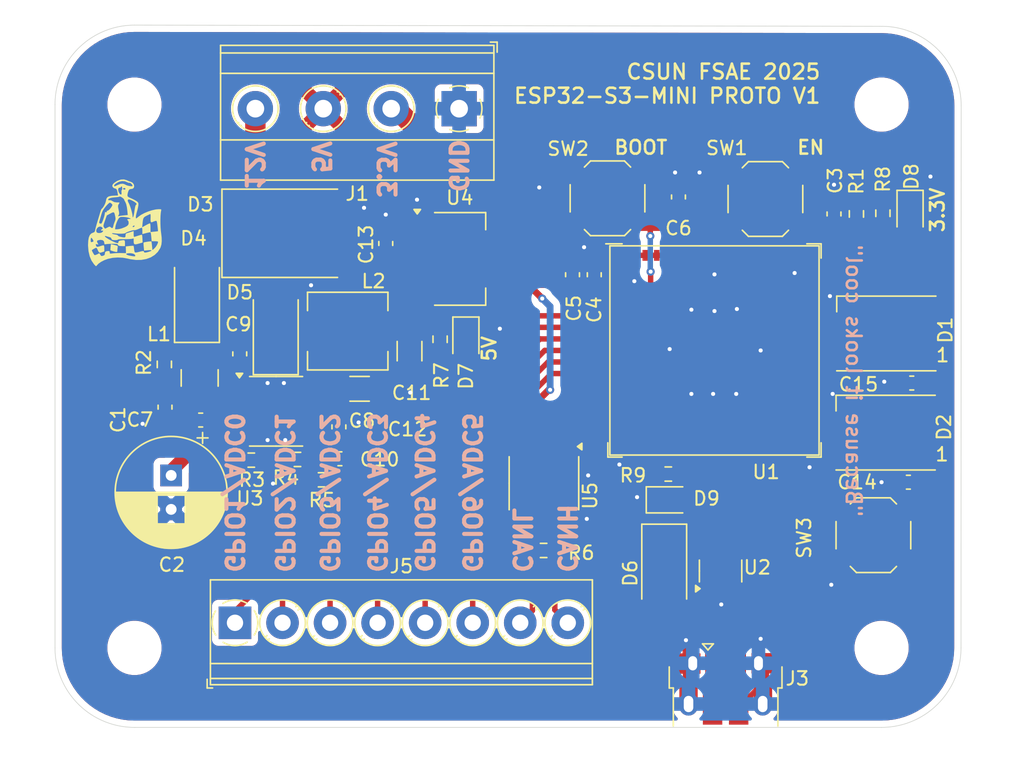
<source format=kicad_pcb>
(kicad_pcb (version 20240108) (generator "pcbnew") (generator_version "8.0")
  (layers (0 "F.Cu" signal) (31 "B.Cu" signal) (34 "B.Paste" user) (35 "F.Paste" user) (36 "B.SilkS" user "B.Silkscreen") (37 "F.SilkS" user "F.Silkscreen") (38 "B.Mask" user) (39 "F.Mask" user) (44 "Edge.Cuts" user))
  (net 0 "")
  (net 1 "GND")
  (net 2 "+3.3V")
  (net 3 "+12V")
  (net 4 "VBUS")
  (net 5 "Net-(C1-Pad1)")
  (net 6 "Net-(U3-EN)")
  (net 7 "Net-(U3-SS)")
  (net 8 "Net-(J3-D+)")
  (net 9 "Net-(J3-D-)")
  (net 11 "USB_N")
  (net 12 "Net-(U3-BOOT)")
  (net 13 "USB_P")
  (net 14 "GPIO1")
  (net 15 "Net-(D5-K)")
  (net 16 "Net-(U1-GPIO0{slash}BOOT)")
  (net 17 "Net-(U1-EN)")
  (net 39 "+5V")
  (net 40 "Net-(D1-DIN)")
  (net 42 "DATA IN")
  (net 43 "Net-(U3-FB)")
  (net 44 "Net-(D4-K)")
  (net 45 "Net-(U3-RT)")
  (net 46 "CANL")
  (net 47 "CANH")
  (net 48 "RX")
  (net 49 "TX")
  (net 50 "Net-(D7-A)")
  (net 51 "Net-(D8-A)")
  (net 52 "Net-(D9-A)")
  (net 53 "GPIO2{slash}ADC1")
  (net 54 "GPIO1{slash}ADC0")
  (net 55 "GPIO5{slash}ADC4")
  (net 56 "GPIO3{slash}ADC2")
  (net 57 "GPIO4{slash}ADC3")
  (net 61 "GPIO6{slash}ADC5")
  (net 62 "Net-(U1-GPIO14{slash}TOUCH14{slash}ADC2_CH3{slash}FSPIWP{slash}FSPIDQS{slash}SUBSPIWP)")
  (footprint "Capacitor_SMD:C_1206_3216Metric" (layer "F.Cu") (at 138.575 95.925 180)
    (property "Reference" "C11")
    (property "Value" "10u")
  )
  (footprint "Resistor_SMD:R_0603_1608Metric" (layer "F.Cu") (at 130.6 101.175)
    (property "Reference" "R3")
    (property "Value" "10k")
  )
  (footprint "TerminalBlock_Phoenix:TerminalBlock_Phoenix_PT-1,5-8-3.5-H_1x08_P3.50mm_Horizontal" (layer "F.Cu") (at 129.4 113.15)
    (property "Reference" "J5")
    (property "Value" "GPIO TERTMINAL")
  )
  (footprint "Capacitor_THT:CP_Radial_D8.0mm_P2.50mm" (layer "F.Cu") (at 124.7 102.3 -90)
    (property "Reference" "C2")
    (property "Value" "56u")
  )
  (footprint "LED_SMD:LED_0805_2012Metric" (layer "F.Cu") (at 161.3625 104.1)
    (property "Reference" "D9")
    (property "Value" "LED")
  )
  (footprint "MountingHole:MountingHole_3.5mm" (layer "F.Cu") (at 122 115)
    (property "Reference" "REF**")
    (property "Value" "MountingHole_3.5mm")
  )
  (footprint "Resistor_SMD:R_0603_1608Metric" (layer "F.Cu") (at 144.5 92.275 -90)
    (property "Reference" "R7")
    (property "Value" "220")
  )
  (footprint "LED_SMD:LED_0805_2012Metric" (layer "F.Cu") (at 146.4 92.325 -90)
    (property "Reference" "D7")
    (property "Value" "LED")
  )
  (footprint "Package_TO_SOT_SMD:SOT-223-3_TabPin2" (layer "F.Cu") (at 145.948 86.36)
    (property "Reference" "U4")
    (property "Value" "AMS1117-3.3")
  )
  (footprint "Button_Switch_SMD:SW_SPST_TL3342" (layer "F.Cu") (at 176.4 106.7 180)
    (property "Reference" "SW3")
    (property "Value" "INPUT1")
  )
  (footprint "Diode_SMD:D_SMA" (layer "F.Cu") (at 161 109.4 -90)
    (property "Reference" "D6")
    (property "Value" "D_Schottky")
  )
  (footprint "Inductor_SMD:L_Sunlord_MWSA0503S" (layer "F.Cu") (at 137.7 91.675)
    (property "Reference" "L2")
    (property "Value" "10u")
  )
  (footprint "Capacitor_SMD:C_0603_1608Metric" (layer "F.Cu") (at 162.05 81.8 90)
    (property "Reference" "C6")
    (property "Value" "0.1uF")
  )
  (footprint "Resistor_SMD:R_0603_1608Metric" (layer "F.Cu") (at 177.1 83 90)
    (property "Reference" "R8")
    (property "Value" "120")
  )
  (footprint "LED_SMD:LED_WS2812B_PLCC4_5.0x5.0mm_P3.2mm" (layer "F.Cu") (at 177.3 99.15 180)
    (property "Reference" "D2")
    (property "Value" "WS2812B")
  )
  (footprint "Capacitor_SMD:C_0603_1608Metric" (layer "F.Cu") (at 137.05 98.725 -90)
    (property "Reference" "C8")
    (property "Value" "10n")
  )
  (footprint "Capacitor_SMD:C_0603_1608Metric" (layer "F.Cu") (at 154.25 87.525 90)
    (property "Reference" "C5")
    (property "Value" "10nF")
  )
  (footprint "Resistor_SMD:R_0603_1608Metric" (layer "F.Cu") (at 134 101.125 180)
    (property "Reference" "R4")
    (property "Value" "12k")
  )
  (footprint "Connector_USB:USB_Micro-B_Amphenol_10103594-0001LF_Horizontal" (layer "F.Cu") (at 165.545 118.015)
    (property "Reference" "J3")
    (property "Value" "USB_B_Micro")
  )
  (footprint "Resistor_SMD:R_0603_1608Metric" (layer "F.Cu") (at 124.2 94.125 -90)
    (property "Reference" "R2")
    (property "Value" "1")
  )
  (footprint "Diode_SMD:D_SMA" (layer "F.Cu") (at 126.6 89 90)
    (property "Reference" "D4")
    (property "Value" "D_Schottky")
  )
  (footprint "Package_SO:SOIC-8-1EP_3.9x4.9mm_P1.27mm_EP2.29x3mm" (layer "F.Cu") (at 132.425 97.58)
    (property "Reference" "U3")
    (property "Value" "LMR14020")
  )
  (footprint "Inductor_SMD:L_1210_3225Metric" (layer "F.Cu") (at 126.8 95.125 -90)
    (property "Reference" "L1")
    (property "Value" "2.2u")
  )
  (footprint "Capacitor_SMD:C_0603_1608Metric" (layer "F.Cu") (at 155.85 87.525 90)
    (property "Reference" "C4")
    (property "Value" "1uF")
  )
  (footprint "Capacitor_SMD:C_0603_1608Metric" (layer "F.Cu") (at 173.5 83.05 90)
    (property "Reference" "C3")
    (property "Value" "0.1uF")
  )
  (footprint "Capacitor_SMD:C_0603_1608Metric" (layer "F.Cu") (at 178.975 102.8)
    (property "Reference" "C14")
    (property "Value" "0.1uF")
  )
  (footprint "TerminalBlock_Phoenix:TerminalBlock_Phoenix_MKDS-1,5-4_1x04_P5.00mm_Horizontal" (layer "F.Cu") (at 145.9 75.3 180)
    (property "Reference" "J1")
    (property "Value" "POWER TERMINAL")
  )
  (footprint "Resistor_SMD:R_0603_1608Metric" (layer "F.Cu") (at 175.15 83.05 -90)
    (property "Reference" "R1")
    (property "Value" "10k")
  )
  (footprint "Capacitor_SMD:C_0603_1608Metric" (layer "F.Cu") (at 129.75 93.35 90)
    (property "Reference" "C9")
    (property "Value" "100n")
  )
  (footprint "Package_TO_SOT_SMD:SOT-23-6" (layer "F.Cu") (at 165.15 109.3375 90)
    (property "Reference" "U2")
    (property "Value" "USBLC6-2SC6")
  )
  (footprint "Diode_SMD:D_SMA" (layer "F.Cu") (at 132.4 91.375 90)
    (property "Reference" "D5")
    (property "Value" "D_Schottky")
  )
  (footprint "Capacitor_SMD:C_0603_1608Metric" (layer "F.Cu") (at 140.5 85.225 90)
    (property "Reference" "C13")
    (property "Value" "4.7u")
  )
  (footprint "MountingHole:MountingHole_3.5mm" (layer "F.Cu") (at 177 75)
    (property "Reference" "REF**")
    (property "Value" "MountingHole_3.5mm")
  )
  (footprint "MountingHole:MountingHole_3.5mm" (layer "F.Cu") (at 177 115)
    (property "Reference" "REF**")
    (property "Value" "MountingHole_3.5mm")
  )
  (footprint "Diode_SMD:D_SMC" (layer "F.Cu") (at 133.35 84.475)
    (property "Reference" "D3")
    (property "Value" "SM15T33CA")
  )
  (footprint "LED_SMD:LED_0805_2012Metric" (layer "F.Cu") (at 179.1 83 -90)
    (property "Reference" "D8")
    (property "Value" "LED")
  )
  (footprint "Package_SO:SOIC-8_3.9x4.9mm_P1.27mm" (layer "F.Cu") (at 152.145 102.875 -90)
    (property "Reference" "U5")
    (property "Value" "TJA1051T-3")
  )
  (footprint "PCM_Espressif:ESP32-S3-MINI-1U" (layer "F.Cu") (at 164.7 93.1)
    (property "Reference" "U1")
    (property "Value" "ESP32-S3-MINI-1")
  )
  (footprint "Button_Switch_SMD:SW_SPST_TL3342" (layer "F.Cu") (at 168.45 81.95 180)
    (property "Reference" "SW1")
    (property "Value" "RESET1")
  )
  (footprint "Capacitor_SMD:C_0603_1608Metric" (layer "F.Cu") (at 179.225 95.5 180)
    (property "Reference" "C15")
    (property "Value" "0.1uF")
  )
  (footprint "Capacitor_SMD:C_0603_1608Metric" (layer "F.Cu") (at 126.875 98.225 180)
    (property "Reference" "C7")
    (property "Value" "1u")
  )
  (footprint "Capacitor_SMD:C_0603_1608Metric" (layer "F.Cu") (at 137.125 101.075 180)
    (property "Reference" "C10")
    (property "Value" "330p")
  )
  (footprint "LED_SMD:LED_WS2812B_PLCC4_5.0x5.0mm_P3.2mm" (layer "F.Cu") (at 177.35 91.85 180)
    (property "Reference" "D1")
    (property "Value" "WS2812B")
  )
  (footprint "Capacitor_SMD:C_0603_1608Metric" (layer "F.Cu") (at 124.25 97.275 -90)
    (property "Reference" "C1")
    (property "Value" "4.7u")
  )
  (footprint "Button_Switch_SMD:SW_SPST_TL3342" (layer "F.Cu") (at 156.825 81.9 180)
    (property "Reference" "SW2")
    (property "Value" "BOOT1")
  )
  (footprint "Resistor_SMD:R_0603_1608Metric" (layer "F.Cu") (at 161.3 102.2)
    (property "Reference" "R9")
    (property "Value" "120")
  )
  (footprint "Capacitor_SMD:C_1206_3216Metric" (layer "F.Cu") (at 142.25 93.15 -90)
    (property "Reference" "C12")
    (property "Value" "10u")
  )
  (footprint "Resistor_SMD:R_0603_1608Metric" (layer "F.Cu") (at 152.12 107.825)
    (property "Reference" "R6")
    (property "Value" "120")
  )
  (footprint "LOGO" (layer "F.Cu") (at 121.3 83.7)
    (property "Reference" "G***" (hide yes))
    (property "Value" "LOGO" (hide yes))
  )
  (footprint "MountingHole:MountingHole_3.5mm" (layer "F.Cu") (at 122 75)
    (property "Reference" "REF**")
    (property "Value" "MountingHole_3.5mm")
  )
  (footprint "Resistor_SMD:R_0603_1608Metric" (layer "F.Cu") (at 135.775 102.625)
    (property "Reference" "R5")
    (property "Value" "68k")
  )
  (gr_line (start 182.863425 75.086575) (end 182.85 115) (stroke (width 0.05)) (layer "Edge.Cuts"))
  (gr_line (start 177 120.85) (end 122 120.85) (stroke (width 0.05)) (layer "Edge.Cuts"))
  (gr_arc (start 177.013425 69.236575) (mid 181.15 70.95) (end 182.863425 75.086575) (stroke (width 0.05)) (layer "Edge.Cuts"))
  (gr_arc (start 122 120.85) (mid 117.863425 119.136575) (end 116.15 115) (stroke (width 0.05)) (layer "Edge.Cuts"))
  (gr_line (start 122 69.15) (end 177.013425 69.236575) (stroke (width 0.05)) (layer "Edge.Cuts"))
  (gr_arc (start 116.15 75) (mid 117.863425 70.863425) (end 122 69.15) (stroke (width 0.05)) (layer "Edge.Cuts"))
  (gr_line (start 116.15 115) (end 116.15 75) (stroke (width 0.05)) (layer "Edge.Cuts"))
  (gr_arc (start 182.85 115) (mid 181.136575 119.136575) (end 177 120.85) (stroke (width 0.05)) (layer "Edge.Cuts"))
  (gr_text "GPIO1/ADC0" (at 128.6 109.6 270) (layer "B.SilkS") (effects (font (size 1.25 1.25) (thickness 0.3) (bold yes)) (justify left bottom mirror)))
  (gr_text "GPIO5/ADC4" (at 142.6 109.6 270) (layer "B.SilkS") (effects (font (size 1.25 1.25) (thickness 0.3) (bold yes)) (justify left bottom mirror)))
  (gr_text "GPIO3/ADC2" (at 135.6 109.6 270) (layer "B.SilkS") (effects (font (size 1.25 1.25) (thickness 0.3) (bold yes)) (justify left bottom mirror)))
  (gr_text "GND" (at 145.1 81.6 270) (layer "B.SilkS") (effects (font (size 1.25 1.25) (thickness 0.3) (bold yes)) (justify left bottom mirror)))
  (gr_text "CANH" (at 153.1 109.6 270) (layer "B.SilkS") (effects (font (size 1.25 1.25) (thickness 0.3) (bold yes)) (justify left bottom mirror)))
  (gr_text "CANL\n" (at 149.8 109.6 270) (layer "B.SilkS") (effects (font (size 1.25 1.25) (thickness 0.3) (bold yes)) (justify left bottom mirror)))
  (gr_text "12V" (at 130.1 81.4 -90) (layer "B.SilkS") (effects (font (size 1.25 1.25) (thickness 0.3) (bold yes)) (justify left bottom mirror)))
  (gr_text "{dblquote}Because it looks cool{dblquote}" (at 174.3 85.2 -90) (layer "B.SilkS") (effects (font (size 1.1 1.1) (thickness 0.1875) (bold yes)) (justify right bottom mirror)))
  (gr_text "GPIO6/ADC5" (at 146.1 109.6 270) (layer "B.SilkS") (effects (font (size 1.25 1.25) (thickness 0.3) (bold yes)) (justify left bottom mirror)))
  (gr_text "3.3V" (at 139.8 82 270) (layer "B.SilkS") (effects (font (size 1.25 1.25) (thickness 0.3) (bold yes)) (justify left bottom mirror)))
  (gr_text "5V" (at 135 80.2 270) (layer "B.SilkS") (effects (font (size 1.25 1.25) (thickness 0.3) (bold yes)) (justify left bottom mirror)))
  (gr_text "GPIO4/ADC3" (at 139.1 109.6 270) (layer "B.SilkS") (effects (font (size 1.25 1.25) (thickness 0.3) (bold yes)) (justify left bottom mirror)))
  (gr_text "GPIO2/ADC1" (at 132.3 109.6 270) (layer "B.SilkS") (effects (font (size 1.25 1.25) (thickness 0.3) (bold yes)) (justify left bottom mirror)))
  (gr_text "3.3V" (at 181.7 84.5 90) (layer "F.SilkS") (effects (font (size 1 1) (thickness 0.1875) (bold yes)) (justify left bottom)))
  (gr_text "BOOT" (at 157.226 78.74 0) (layer "F.SilkS") (effects (font (size 1 1) (thickness 0.1875) (bold yes)) (justify left bottom)))
  (gr_text "EN" (at 170.688 78.74 0) (layer "F.SilkS") (effects (font (size 1 1) (thickness 0.1875) (bold yes)) (justify left bottom)))
  (gr_text "CSUN FSAE 2025\nESP32-S3-MINI PROTO V1" (at 172.6 75 0) (layer "F.SilkS") (effects (font (size 1.1 1.1) (thickness 0.1875) (bold yes)) (justify right bottom)))
  (gr_text "5V" (at 148.7 94 90) (layer "F.SilkS") (effects (font (size 1 1) (thickness 0.1875) (bold yes)) (justify left bottom)))
  (segment (start 170.65 87.35) (end 170.6 87.4) (width 0.4) (layer "F.Cu") (net 1))
  (segment (start 172.65 80.05) (end 173.5 80.9) (width 0.4) (layer "F.Cu") (net 1))
  (segment (start 153.675 80) (end 152.9 80) (width 0.4) (layer "F.Cu") (net 1))
  (segment (start 133.06 96.945) (end 134.9 96.945) (width 0.4) (layer "F.Cu") (net 1))
  (segment (start 140.5 83.1) (end 140.5 84.45) (width 0.4) (layer "F.Cu") (net 1))
  (segment (start 160.225 103.9) (end 160.425 104.1) (width 0.4) (layer "F.Cu") (net 1))
  (segment (start 164.7 91.45) (end 166.35 91.45) (width 0.5) (layer "F.Cu") (net 1))
  (segment (start 124.425 98.225) (end 124.25 98.05) (width 0.4) (layer "F.Cu") (net 1))
  (segment (start 174.6 97.5) (end 174.85 97.5) (width 0.5) (layer "F.Cu") (net 1))
  (segment (start 173.25 108.6) (end 173.25 110.3) (width 0.5) (layer "F.Cu") (net 1))
  (segment (start 157.7 86.1) (end 157.7 88) (width 0.4) (layer "F.Cu") (net 1))
  (segment (start 164.7 94.75) (end 164.7 96.2) (width 0.5) (layer "F.Cu") (net 1))
  (segment (start 157.7 88) (end 158.8 88) (width 0.4) (layer "F.Cu") (net 1))
  (segment (start 165.15 110.475) (end 165.15 111.75) (width 0.5) (layer "F.Cu") (net 1))
  (segment (start 134.9 96.945) (end 136.08 96.945) (width 0.4) (layer "F.Cu") (net 1))
  (segment (start 163.05 91.45) (end 163.05 90.15) (width 0.5) (layer "F.Cu") (net 1))
  (segment (start 166.35 94.75) (end 166.35 93.1) (width 0.5) (layer "F.Cu") (net 1))
  (segment (start 142.25 96.15) (end 142.3 96.2) (width 0.4) (layer "F.Cu") (net 1))
  (segment (start 137.025 84.475) (end 138.9 82.6) (width 0.4) (layer "F.Cu") (net 1))
  (segment (start 142.25 94.625) (end 142.25 96.15) (width 0.4) (layer "F.Cu") (net 1))
  (segment (start 133 97.005) (end 132.425 97.58) (width 0.4) (layer "F.Cu") (net 1))
  (segment (start 137.4 99.5) (end 138.5 98.4) (width 0.4) (layer "F.Cu") (net 1))
  (segment (start 164.7 91.45) (end 164.7 90.2) (width 0.5) (layer "F.Cu") (net 1))
  (segment (start 178.525 95.5) (end 177.3 95.5) (width 0.4) (layer "F.Cu") (net 1))
  (segment (start 157.7 86.1) (end 171.7 86.1) (width 0.4) (layer "F.Cu") (net 1))
  (segment (start 163.06 119.4) (end 162.79 119.13) (width 0.4) (layer "F.Cu") (net 1))
  (segment (start 124.25 98.05) (end 123.05 98.05) (width 0.4) (layer "F.Cu") (net 1))
  (segment (start 164.7 93.1) (end 163.05 93.1) (width 0.5) (layer "F.Cu") (net 1))
  (segment (start 163.65 80.05) (end 163.6 80) (width 0.4) (layer "F.Cu") (net 1))
  (segment (start 179.1 81.8) (end 180.6 80.3) (width 0.4) (layer "F.Cu") (net 1))
  (segment (start 170.65 86.1) (end 170.65 87.35) (width 0.4) (layer "F.Cu") (net 1))
  (segment (start 166.35 94.75) (end 166.35 96.25) (width 0.5) (layer "F.Cu") (net 1))
  (segment (start 132.2 102.9) (end 133.175 101.925) (width 0.4) (layer "F.Cu") (net 1))
  (segment (start 153.705001 102.3) (end 155.4 102.3) (width 0.5) (layer "F.Cu") (net 1))
  (segment (start 136.08 96.945) (end 137.1 95.925) (width 0.4) (layer "F.Cu") (net 1))
  (segment (start 162.6 116.08) (end 162.67 116.15) (width 0.5) (layer "F.Cu") (net 1))
  (segment (start 131.8 99.7) (end 131.8 98.205) (width 0.4) (layer "F.Cu") (net 1))
  (segment (start 171.7 88.85) (end 171.7 89.7) (width 0.4) (layer "F.Cu") (net 1))
  (segment (start 174.6 90.5) (end 173.2 89.1) (width 0.4) (layer "F.Cu") (net 1))
  (segment (start 173.5 82.275) (end 173.5 80.9) (width 0.4) (layer "F.Cu") (net 1))
  (segment (start 159 103.9) (end 160.225 103.9) (width 0.4) (layer "F.Cu") (net 1))
  (segment (start 178.25 102.8) (end 177 102.8) (width 0.4) (layer "F.Cu") (net 1))
  (segment (start 165.3 80.05) (end 163.65 80.05) (width 0.4) (layer "F.Cu") (net 1))
  (segment (start 162.05 80.25) (end 162.05 81.025) (width 0.4) (layer "F.Cu") (net 1))
  (segment (start 163.05 94.75) (end 163.05 96.25) (width 0.5) (layer "F.Cu") (net 1))
  (segment (start 131.425 102.125) (end 131.425 101.175) (width 0.4) (layer "F.Cu") (net 1))
  (segment (start 179.1 82.0625) (end 179.1 81.8) (width 0.4) (layer "F.Cu") (net 1))
  (segment (start 166.35 93.1) (end 164.7 93.1) (width 0.5) (layer "F.Cu") (net 1))
  (segment (start 136.75 84.475) (end 137.025 84.475) (width 0.4) (layer "F.Cu") (net 1))
  (segment (start 162.57 117.45) (end 162.57 116.25) (width 0.4) (layer "F.Cu") (net 1))
  (segment (start 154.25 86.35) (end 155.1 85.5) (width 0.4) (layer "F.Cu") (net 1))
  (segment (start 164.7 93.1) (end 164.7 91.45) (width 0.5) (layer "F.Cu") (net 1))
  (segment (start 137.1 95.925) (end 138.5 97.325) (width 0.4) (layer "F.Cu") (net 1))
  (segment (start 138.5 97.325) (end 138.5 98.4) (width 0.4) (layer "F.Cu") (net 1))
  (segment (start 166.35 96.25) (end 166.3 96.3) (width 0.5) (layer "F.Cu") (net 1))
  (segment (start 137.05 99.5) (end 137.4 99.5) (width 0.4) (layer "F.Cu") (net 1))
  (segment (start 133.175 101.925) (end 133.175 101.125) (width 0.4) (layer "F.Cu") (net 1))
  (segment (start 133.225 89.375) (end 134.3 88.3) (width 0.4) (layer "F.Cu") (net 1))
  (segment (start 171.7 100.1) (end 171.7 101.7) (width 0.5) (layer "F.Cu") (net 1))
  (segment (start 152.78 101.374999) (end 153.705001 102.3) (width 0.5) (layer "F.Cu") (net 1))
  (segment (start 172.95 88.85) (end 173.2 89.1) (width 0.4) (layer "F.Cu") (net 1))
  (segment (start 132.425 97.58) (end 133.06 96.945) (width 0.4) (layer "F.Cu") (net 1))
  (segment (start 161.8 80) (end 159.975 80) (width 0.4) (layer "F.Cu") (net 1))
  (segment (start 163.05 93.1) (end 163.05 94.75) (width 0.5) (layer "F.Cu") (net 1))
  (segment (start 164.7 94.75) (end 166.35 94.75) (width 0.5) (layer "F.Cu") (net 1))
  (segment (start 168.1 115.81) (end 168.42 116.13) (width 0.5) (layer "F.Cu") (net 1))
  (segment (start 164.7 96.2) (end 164.6 96.3) (width 0.5) (layer "F.Cu") (net 1))
  (segment (start 164.7 86.1) (end 164.7 87.5) (width 0.4) (layer "F.Cu") (net 1))
  (segment (start 177.3 95.5) (end 177.2 95.4) (width 0.4) (layer "F.Cu") (net 1))
  (segment (start 131.8 98.205) (end 132.425 97.58) (width 0.4) (layer "F.Cu") (net 1))
  (segment (start 157.7 101.5) (end 157.7 100.1) (width 0.5) (layer "F.Cu") (net 1))
  (segment (start 168.1 114.33) (end 168.1 115.81) (width 0.5) (layer "F.Cu") (net 1))
  (segment (start 148.8625 91.5375) (end 146.3 91.5375) (width 0.4) (layer "F.Cu") (net 1))
  (segment (start 165.15 111.75) (end 165.2 111.8) (width 0.5) (layer "F.Cu") (net 1))
  (segment (start 155.85 86.75) (end 155.85 86.25) (width 0.4) (layer "F.Cu") (net 1))
  (segment (start 131.8 96.955) (end 132.425 97.58) (width 0.4) (layer "F.Cu") (net 1))
  (segment (start 163.05 96.25) (end 163 96.3) (width 0.5) (layer "F.Cu") (net 1))
  (segment (start 174.6 90.6) (end 174.6 90.5) (width 0.4) (layer "F.Cu") (net 1))
  (segment (start 168.52 116.71) (end 167.94 116.13) (width 0.4) (layer "F.Cu") (net 1))
  (segment (start 166.94 116.13) (end 166.82 116.25) (width 0.4) (layer "F.Cu") (net 1))
  (segment (start 171.7 88.85) (end 172.95 88.85) (width 0.4) (layer "F.Cu") (net 1))
  (segment (start 173.4 96.3) (end 174.6 97.5) (width 0.5) (layer "F.Cu") (net 1))
  (segment (start 162.57 116.25) (end 162.67 116.15) (width 0.4) (layer "F.Cu") (net 1))
  (segment (start 155.15 105.35) (end 155.3 105.5) (width 0.5) (layer "F.Cu") (net 1))
  (segment (start 132.4 89.375) (end 133.225 89.375) (width 0.4) (layer "F.Cu") (net 1))
  (segment (start 164.56 119.4) (end 163.06 119.4) (width 0.4) (layer "F.Cu") (net 1))
  (segment (start 154.05 105.35) (end 155.15 105.35) (width 0.5) (layer "F.Cu") (net 1))
  (segment (start 173.25 108.6) (end 179.55 108.6) (width 0.5) (layer "F.Cu") (net 1))
  (segment (start 152.78 100.4) (end 152.78 101.374999) (width 0.5) (layer "F.Cu") (net 1))
  (segment (start 155.85 86.25) (end 155.1 85.5) (width 0.4) (layer "F.Cu") (net 1))
  (segment (start 166.35 90.05) (end 166.35 91.45) (width 0.5) (layer "F.Cu") (net 1))
  (segment (start 167.94 116.13) (end 166.94 116.13) (width 0.4) (layer "F.Cu") (net 1))
  (segment (start 161.8 80) (end 162.05 80.25) (width 0.4) (layer "F.Cu") (net 1))
  (segment (start 171.6 80.05) (end 172.65 80.05) (width 0.4) (layer "F.Cu") (net 1))
  (segment (start 154.25 86.75) (end 154.25 86.35) (width 0.4) (layer "F.Cu") (net 1))
  (segment (start 166.35 93.1) (end 168.1 93.1) (width 0.5) (layer "F.Cu") (net 1))
  (segment (start 133.1 99.7) (end 133.1 98.255) (width 0.4) (layer "F.Cu") (net 1))
  (segment (start 152.9 80) (end 151.8 81.1) (width 0.4) (layer "F.Cu") (net 1))
  (segment (start 163.05 90.15) (end 163 90.1) (width 0.5) (layer "F.Cu") (net 1))
  (segment (start 132.2 102.9) (end 131.425 102.125) (width 0.4) (layer "F.Cu") (net 1))
  (segment (start 163.05 94.75) (end 164.7 94.75) (width 0.5) (layer "F.Cu") (net 1))
  (segment (start 133 95.5) (end 133 97.005) (width 0.4) (layer "F.Cu") (net 1))
  (segment (start 162.6 114.43) (end 162.6 116.08) (width 0.5) (layer "F.Cu") (net 1))
  (segment (start 167.68 118.2) (end 166.48 119.4) (width 0.4) (layer "F.Cu") (net 1))
  (segment (start 168.52 117.45) (end 168.52 116.71) (width 0.4) (layer "F.Cu") (net 1))
  (segment (start 134.3 88.3) (end 135 88.3) (width 0.4) (layer "F.Cu") (net 1))
  (segment (start 168.27 118.2) (end 167.68 118.2) (width 0.4) (layer "F.Cu") (net 1))
  (segment (start 133.1 98.255) (end 132.425 97.58) (width 0.4) (layer "F.Cu") (net 1))
  (segment (start 131.8 95.5) (end 131.8 96.955) (width 0.4) (layer "F.Cu") (net 1))
  (segment (start 163.05 91.45) (end 164.7 91.45) (width 0.5) (layer "F.Cu") (net 1))
  (segment (start 126.1 98.225) (end 124.425 98.225) (width 0.4) (layer "F.Cu") (net 1))
  (segment (start 163.05 91.45) (end 163.05 93.1) (width 0.5) (layer "F.Cu") (net 1))
  (segment (start 123.05 98.05) (end 122.6 98.5) (width 0.4) (layer "F.Cu") (net 1))
  (segment (start 142.798 84.06) (end 142.798 82.002) (width 0.4) (layer "F.Cu") (net 1))
  (segment (start 161.5 93.1) (end 161.4 93) (width 0.5) (layer "F.Cu") (net 1))
  (segment (start 142.798 82.002) (end 142.8 82) (width 0.4) (layer "F.Cu") (net 1))
  (segment (start 166.35 91.45) (end 166.35 93.1) (width 0.5) (layer "F.Cu") (net 1))
  (segment (start 163.05 93.1) (end 161.5 93.1) (width 0.5) (layer "F.Cu") (net 1))
  (segment (start 148.9 91.5) (end 148.8625 91.5375) (width 0.4) (layer "F.Cu") (net 1))
  (via (at 168.1 114.33) (size 0.6) (drill 0.3) (layers "F.Cu" "B.Cu") (net 1))
  (via (at 164.6 96.3) (size 0.6) (drill 0.3) (layers "F.Cu" "B.Cu") (net 1))
  (via (at 173.5 80.9) (size 0.6) (drill 0.3) (layers "F.Cu" "B.Cu") (net 1))
  (via (at 173.4 96.3) (size 0.6) (drill 0.3) (layers "F.Cu" "B.Cu") (net 1))
  (via (at 131.8 95.5) (size 0.6) (drill 0.3) (layers "F.Cu" "B.Cu") (net 1))
  (via (at 140.5 83.1) (size 0.6) (drill 0.3) (layers "F.Cu" "B.Cu") (net 1))
  (via (at 161.8 80) (size 0.6) (drill 0.3) (layers "F.Cu" "B.Cu") (net 1))
  (via (at 155.4 102.3) (size 0.6) (drill 0.3) (layers "F.Cu" "B.Cu") (net 1))
  (via (at 161.4 93) (size 0.6) (drill 0.3) (layers "F.Cu" "B.Cu") (net 1))
  (via (at 155.1 85.5) (size 0.6) (drill 0.3) (layers "F.Cu" "B.Cu") (net 1))
  (via (at 142.3 96.2) (size 0.6) (drill 0.3) (layers "F.Cu" "B.Cu") (net 1))
  (via (at 142.8 82) (size 0.6) (drill 0.3) (layers "F.Cu" "B.Cu") (net 1))
  (via (at 163 96.3) (size 0.6) (drill 0.3) (layers "F.Cu" "B.Cu") (net 1))
  (via (at 133 95.5) (size 0.6) (drill 0.3) (layers "F.Cu" "B.Cu") (net 1))
  (via (at 138.5 98.4) (size 0.6) (drill 0.3) (layers "F.Cu" "B.Cu") (net 1))
  (via (at 158.8 88) (size 0.6) (drill 0.3) (layers "F.Cu" "B.Cu") (net 1))
  (via (at 168.1 93.1) (size 0.6) (drill 0.3) (layers "F.Cu" "B.Cu") (net 1))
  (via (at 148.9 91.5) (size 0.6) (drill 0.3) (layers "F.Cu" "B.Cu") (net 1))
  (via (at 180.6 80.3) (size 0.6) (drill 0.3) (layers "F.Cu" "B.Cu") (net 1))
  (via (at 166.3 96.3) (size 0.6) (drill 0.3) (layers "F.Cu" "B.Cu") (net 1))
  (via (at 132.2 102.9) (size 0.6) (drill 0.3) (layers "F.Cu" "B.Cu") (net 1))
  (via (at 163 90.1) (size 0.6) (drill 0.3) (layers "F.Cu" "B.Cu") (net 1))
  (via (at 122.6 98.5) (size 0.6) (drill 0.3) (layers "F.Cu" "B.Cu") (net 1))
  (via (at 155.3 105.5) (size 0.6) (drill 0.3) (layers "F.Cu" "B.Cu") (net 1))
  (via (at 157.7 101.5) (size 0.6) (drill 0.3) (layers "F.Cu" "B.Cu") (net 1))
  (via (at 164.7 87.5) (size 0.6) (drill 0.3) (layers "F.Cu" "B.Cu") (net 1))
  (via (at 151.8 81.1) (size 0.6) (drill 0.3) (layers "F.Cu" "B.Cu") (net 1))
  (via (at 135 88.3) (size 0.6) (drill 0.3) (layers "F.Cu" "B.Cu") (net 1))
  (via (at 177 102.8) (size 0.6) (drill 0.3) (layers "F.Cu" "B.Cu") (net 1))
  (via (at 159 103.9) (size 0.6) (drill 0.3) (layers "F.Cu" "B.Cu") (net 1))
  (via (at 138.9 82.6) (size 0.6) (drill 0.3) (layers "F.Cu" "B.Cu") (net 1))
  (via (at 173.3 110.35) (size 0.6) (drill 0.3) (layers "F.Cu" "B.Cu") (net 1))
  (via (at 163.6 80) (size 0.6) (drill 0.3) (layers "F.Cu" "B.Cu") (net 1))
  (via (at 177.2 95.4) (size 0.6) (drill 0.3) (layers "F.Cu" "B.Cu") (net 1))
  (via (at 171.7 101.7) (size 0.6) (drill 0.3) (layers "F.Cu" "B.Cu") (net 1))
  (via (at 173.2 89.1) (size 0.6) (drill 0.3) (layers "F.Cu" "B.Cu") (net 1))
  (via (at 133.1 99.7) (size 0.6) (drill 0.3) (layers "F.Cu" "B.Cu") (net 1))
  (via (at 162.6 114.43) (size 0.6) (drill 0.3) (layers "F.Cu" "B.Cu") (net 1))
  (via (at 165.2 111.8) (size 0.6) (drill 0.3) (layers "F.Cu" "B.Cu") (net 1))
  (via (at 164.7 90.2) (size 0.6) (drill 0.3) (layers "F.Cu" "B.Cu") (net 1))
  (via (at 170.6 87.4) (size 0.6) (drill 0.3) (layers "F.Cu" "B.Cu") (net 1))
  (via (at 166.35 90.05) (size 0.6) (drill 0.3) (layers "F.Cu" "B.Cu") (net 1))
  (via (at 131.8 99.7) (size 0.6) (drill 0.3) (layers "F.Cu" "B.Cu") (net 1))
  (segment (start 177.1 82.175) (end 175.2 82.175) (width 0.4) (layer "F.Cu") (net 2))
  (segment (start 148.95 86.3) (end 142.65 86.3) (width 1.5) (layer "F.Cu") (net 2))
  (segment (start 155.85 88.3) (end 154.25 88.3) (width 0.4) (layer "F.Cu") (net 2))
  (segment (start 149.098 83.148) (end 149.098 86.36) (width 1.5) (layer "F.Cu") (net 2))
  (segment (start 156.4 88.85) (end 157.7 88.85) (width 0.4) (layer "F.Cu") (net 2))
  (segment (start 141.25 75.3) (end 149.098 83.148) (width 1.5) (layer "F.Cu") (net 2))
  (segment (start 155.85 88.3) (end 156.4 88.85) (width 0.4) (layer "F.Cu") (net 2))
  (segment (start 140.9 75.3) (end 141.25 75.3) (width 1.5) (layer "F.Cu") (net 2))
  (segment (start 149.098 86.36) (end 149.098 82.327) (width 0.5) (layer "F.Cu") (net 2))
  (segment (start 149.098 82.327) (end 153.225 78.2) (width 0.5) (layer "F.Cu") (net 2))
  (segment (start 149.1 99.4) (end 149.1 104.21) (width 0.5) (layer "F.Cu") (net 2))
  (segment (start 172.8 78.2) (end 175.15 80.55) (width 0.5) (layer "F.Cu") (net 2))
  (segment (start 150.3 105.29) (end 150.24 105.35) (width 0.5) (layer "F.Cu") (net 2))
  (segment (start 152.5 96) (end 149.1 99.4) (width 0.5) (layer "F.Cu") (net 2))
  (segment (start 175.2 82.175) (end 175.15 82.225) (width 0.4) (layer "F.Cu") (net 2))
  (segment (start 153.225 78.2) (end 172.8 78.2) (width 0.5) (layer "F.Cu") (net 2))
  (segment (start 175.15 80.55) (end 175.15 82.225) (width 0.5) (layer "F.Cu") (net 2))
  (segment (start 142.65 86.3) (end 140.8 86.3) (width 0.4) (layer "F.Cu") (net 2))
  (segment (start 154.25 88.3) (end 150.95 88.3) (width 0.4) (layer "F.Cu") (net 2))
  (segment (start 149.1 104.21) (end 150.24 105.35) (width 0.5) (layer "F.Cu") (net 2))
  (segment (start 150.95 88.3) (end 148.95 86.3) (width 0.4) (layer "F.Cu") (net 2))
  (segment (start 152.019 89.281) (end 149.098 86.36) (width 0.5) (layer "F.Cu") (net 2))
  (segment (start 152.6 96) (end 152.5 96) (width 0.5) (layer "F.Cu") (net 2))
  (segment (start 140.8 86.3) (end 140.5 86) (width 0.4) (layer "F.Cu") (net 2))
  (via (at 152.019 89.281) (size 0.6) (drill 0.3) (layers "F.Cu" "B.Cu") (net 2))
  (via (at 152.6 96) (size 0.6) (drill 0.3) (layers "F.Cu" "B.Cu") (net 2))
  (segment (start 152.6 96) (end 152.6 89.862) (width 0.5) (layer "B.Cu") (net 2))
  (segment (start 152.6 89.862) (end 152.019 89.281) (width 0.5) (layer "B.Cu") (net 2))
  (segment (start 130.9 83.525) (end 129.95 84.475) (width 1.5) (layer "F.Cu") (net 3))
  (segment (start 130.9 75.3) (end 130.9 83.525) (width 1.5) (layer "F.Cu") (net 3))
  (segment (start 129.3 84.475) (end 126.6 87.175) (width 1.5) (layer "F.Cu") (net 3))
  (segment (start 129.95 84.475) (end 129.3 84.475) (width 1.5) (layer "F.Cu") (net 3))
  (segment (start 164.22 112.57) (end 163.2 111.55) (width 0.4) (layer "F.Cu") (net 4))
  (segment (start 165.15 108.862499) (end 165.15 108.2) (width 0.4) (layer "F.Cu") (net 4))
  (segment (start 163.2 109.85) (end 163.7875 109.2625) (width 0.4) (layer "F.Cu") (net 4))
  (segment (start 163.2 111.55) (end 163.2 110.55) (width 0.4) (layer "F.Cu") (net 4))
  (segment (start 164.749999 109.2625) (end 165.15 108.862499) (width 0.4) (layer "F.Cu") (net 4))
  (segment (start 161 110.5) (end 163.15 110.5) (width 0.4) (layer "F.Cu") (net 4))
  (segment (start 163.15 110.5) (end 163.2 110.55) (width 0.4) (layer "F.Cu") (net 4))
  (segment (start 163.7875 109.2625) (end 164.749999 109.2625) (width 0.4) (layer "F.Cu") (net 4))
  (segment (start 164.22 116.25) (end 164.22 112.57) (width 0.4) (layer "F.Cu") (net 4))
  (segment (start 163.2 110.55) (end 163.2 109.85) (width 0.4) (layer "F.Cu") (net 4))
  (segment (start 124.25 94.91) (end 124.25 96.5) (width 0.4) (layer "F.Cu") (net 5))
  (segment (start 127.65 97.375) (end 127.22 96.945) (width 1) (layer "F.Cu") (net 6))
  (segment (start 124.75 101.922349) (end 127.65 99.022349) (width 1) (layer "F.Cu") (net 6))
  (segment (start 127.65 99.022349) (end 127.65 98.225) (width 1) (layer "F.Cu") (net 6))
  (segment (start 126.8 96.525) (end 127.22 96.945) (width 1) (layer "F.Cu") (net 6))
  (segment (start 127.22 96.945) (end 129.95 96.945) (width 1) (layer "F.Cu") (net 6))
  (segment (start 127.65 98.225) (end 127.65 97.375) (width 1) (layer "F.Cu") (net 6))
  (segment (start 129.95 98.215) (end 127.66 98.215) (width 0.5) (layer "F.Cu") (net 6))
  (segment (start 127.66 98.215) (end 127.65 98.225) (width 0.5) (layer "F.Cu") (net 6))
  (segment (start 136.785 98.215) (end 137.05 97.95) (width 0.5) (layer "F.Cu") (net 7))
  (segment (start 134.9 98.215) (end 136.785 98.215) (width 0.5) (layer "F.Cu") (net 7))
  (segment (start 165.52 116.25) (end 165.52 112.48) (width 0.4) (layer "F.Cu") (net 8))
  (segment (start 166.1 111.9) (end 166.1 110.475) (width 0.4) (layer "F.Cu") (net 8))
  (segment (start 165.52 112.48) (end 166.1 111.9) (width 0.4) (layer "F.Cu") (net 8))
  (segment (start 164.87 112.47471) (end 164.2 111.80471) (width 0.4) (layer "F.Cu") (net 9))
  (segment (start 164.87 116.25) (end 164.87 112.47471) (width 0.4) (layer "F.Cu") (net 9))
  (segment (start 164.2 111.80471) (end 164.2 110.475) (width 0.4) (layer "F.Cu") (net 9))
  (segment (start 164.1625 104.2125) (end 164.1625 108.1375) (width 0.3) (layer "F.Cu") (net 11))
  (segment (start 164.7 100.8) (end 164.15 101.35) (width 0.3) (layer "F.Cu") (net 11))
  (segment (start 164.15 104.2) (end 164.1625 104.2125) (width 0.3) (layer "F.Cu") (net 11))
  (segment (start 164.15 101.35) (end 164.15 104.2) (width 0.3) (layer "F.Cu") (net 11))
  (segment (start 164.7 100.1) (end 164.7 100.8) (width 0.3) (layer "F.Cu") (net 11))
  (segment (start 129.75 95.475) (end 129.95 95.675) (width 0.5) (layer "F.Cu") (net 12))
  (segment (start 129.75 94.125) (end 129.75 95.475) (width 0.5) (layer "F.Cu") (net 12))
  (segment (start 166.0625 104.2125) (end 166.0625 108.1375) (width 0.3) (layer "F.Cu") (net 13))
  (segment (start 165.55 100.8) (end 166.05 101.3) (width 0.3) (layer "F.Cu") (net 13))
  (segment (start 166.05 104.2) (end 166.0625 104.2125) (width 0.3) (layer "F.Cu") (net 13))
  (segment (start 165.55 100.1) (end 165.55 100.8) (width 0.3) (layer "F.Cu") (net 13))
  (segment (start 166.05 101.3) (end 166.05 104.2) (width 0.3) (layer "F.Cu") (net 13))
  (segment (start 172.5 99.05) (end 171.7 99.05) (width 0.4) (layer "F.Cu") (net 14))
  (segment (start 173.25 103.45) (end 173.2 103.4) (width 0.4) (layer "F.Cu") (net 14))
  (segment (start 173.2 99.75) (end 172.5 99.05) (width 0.4) (layer "F.Cu") (net 14))
  (segment (start 173.2 103.4) (end 173.2 99.75) (width 0.4) (layer "F.Cu") (net 14))
  (segment (start 173.25 104.8) (end 173.25 103.45) (width 0.4) (layer "F.Cu") (net 14))
  (segment (start 173.25 104.8) (end 179.55 104.8) (width 0.4) (layer "F.Cu") (net 14))
  (segment (start 131.6 92.575) (end 132.4 93.375) (width 0.5) (layer "F.Cu") (net 15))
  (segment (start 129.75 92.575) (end 131.6 92.575) (width 0.5) (layer "F.Cu") (net 15))
  (segment (start 134.8 94.775) (end 133.4 93.375) (width 1.5) (layer "F.Cu") (net 15))
  (segment (start 134.1 91.675) (end 132.4 93.375) (width 1.5) (layer "F.Cu") (net 15))
  (segment (start 135.65 91.675) (end 134.1 91.675) (width 1.5) (layer "F.Cu") (net 15))
  (segment (start 133.4 93.375) (end 132.4 93.375) (width 1.5) (layer "F.Cu") (net 15))
  (segment (start 134.8 95.325) (end 134.8 94.775) (width 1.5) (layer "F.Cu") (net 15))
  (segment (start 160 87.3) (end 160 88.8) (width 0.4) (layer "F.Cu") (net 16))
  (segment (start 162.05 82.575) (end 161.2 82.575) (width 0.4) (layer "F.Cu") (net 16))
  (segment (start 160 88.8) (end 159.1 89.7) (width 0.4) (layer "F.Cu") (net 16))
  (segment (start 159.1 89.7) (end 157.7 89.7) (width 0.4) (layer "F.Cu") (net 16))
  (segment (start 159.975 84.675) (end 159.95 84.7) (width 0.4) (layer "F.Cu") (net 16))
  (segment (start 159.975 83.8) (end 159.975 84.675) (width 0.4) (layer "F.Cu") (net 16))
  (segment (start 153.675 83.8) (end 159.975 83.8) (width 0.4) (layer "F.Cu") (net 16))
  (segment (start 161.2 82.575) (end 159.975 83.8) (width 0.4) (layer "F.Cu") (net 16))
  (via (at 159.975 84.675) (size 0.6) (drill 0.3) (layers "F.Cu" "B.Cu") (net 16))
  (via (at 160 87.3) (size 0.6) (drill 0.3) (layers "F.Cu" "B.Cu") (net 16))
  (segment (start 159.975 87.275) (end 160 87.3) (width 0.4) (layer "B.Cu") (net 16))
  (segment (start 159.975 84.675) (end 159.975 87.275) (width 0.4) (layer "B.Cu") (net 16))
  (segment (start 171.6 83.85) (end 165.3 83.85) (width 0.4) (layer "F.Cu") (net 17))
  (segment (start 173.5 83.825) (end 171.625 83.825) (width 0.4) (layer "F.Cu") (net 17))
  (segment (start 173.25 87.15) (end 171.7 87.15) (width 0.4) (layer "F.Cu") (net 17))
  (segment (start 175.15 85.25) (end 173.25 87.15) (width 0.4) (layer "F.Cu") (net 17))
  (segment (start 171.625 83.825) (end 171.6 83.85) (width 0.4) (layer "F.Cu") (net 17))
  (segment (start 173.55 83.875) (end 173.5 83.825) (width 0.4) (layer "F.Cu") (net 17))
  (segment (start 175.15 83.875) (end 175.15 85.25) (width 0.4) (layer "F.Cu") (net 17))
  (segment (start 175.15 83.875) (end 173.55 83.875) (width 0.4) (layer "F.Cu") (net 17))
  (segment (start 142.475 91.45) (end 142.25 91.675) (width 0.4) (layer "F.Cu") (net 39))
  (segment (start 152.8 103.5) (end 151.51 102.21) (width 0.4) (layer "F.Cu") (net 39))
  (segment (start 159 107.4) (end 155.1 103.5) (width 0.4) (layer "F.Cu") (net 39))
  (segment (start 151.51 102.21) (end 151.51 100.4) (width 0.4) (layer "F.Cu") (net 39))
  (segment (start 161 107.4) (end 159 107.4) (width 0.4) (layer "F.Cu") (net 39))
  (segment (start 180.075 95.5) (end 180.075 93.775) (width 0.4) (layer "F.Cu") (net 39))
  (segment (start 155.1 103.5) (end 152.8 103.5) (width 0.4) (layer "F.Cu") (net 39))
  (segment (start 144.5 91.45) (end 142.475 91.45) (width 0.4) (layer "F.Cu") (net 39))
  (segment (start 180.075 93.775) (end 179.8 93.5) (width 0.4) (layer "F.Cu") (net 39))
  (segment (start 177.5 97.5) (end 174.6 94.6) (width 0.4) (layer "F.Cu") (net 40))
  (segment (start 179.75 97.5) (end 177.5 97.5) (width 0.4) (layer "F.Cu") (net 40))
  (segment (start 174.6 94.6) (end 174.6 93.9) (width 0.4) (layer "F.Cu") (net 40))
  (segment (start 174.85 100.8) (end 174.85 99.85) (width 0.4) (layer "F.Cu") (net 42))
  (segment (start 174.85 99.85) (end 173.2 98.2) (width 0.4) (layer "F.Cu") (net 42))
  (segment (start 173.2 98.2) (end 171.7 98.2) (width 0.4) (layer "F.Cu") (net 42))
  (segment (start 134.825 102.5) (end 134.95 102.625) (width 0.5) (layer "F.Cu") (net 43))
  (segment (start 134.9 101.05) (end 134.825 101.125) (width 0.5) (layer "F.Cu") (net 43))
  (segment (start 136.3 101.125) (end 136.35 101.075) (width 0.5) (layer "F.Cu") (net 43))
  (segment (start 134.9 99.485) (end 134.9 101.05) (width 0.5) (layer "F.Cu") (net 43))
  (segment (start 134.825 101.125) (end 134.825 102.5) (width 0.5) (layer "F.Cu") (net 43))
  (segment (start 134.825 101.125) (end 136.3 101.125) (width 0.5) (layer "F.Cu") (net 43))
  (segment (start 126.75 93.675) (end 126.8 93.725) (width 0.5) (layer "F.Cu") (net 44))
  (segment (start 124.2 93.425) (end 126.5 93.425) (width 0.4) (layer "F.Cu") (net 44))
  (segment (start 124.2 93.84) (end 124.2 93.425) (width 0.4) (layer "F.Cu") (net 44))
  (segment (start 126.8 93.725) (end 126.8 91.375) (width 1.5) (layer "F.Cu") (net 44))
  (segment (start 126.5 93.425) (end 126.8 93.725) (width 0.4) (layer "F.Cu") (net 44))
  (segment (start 126.8 91.375) (end 126.6 91.175) (width 1.5) (layer "F.Cu") (net 44))
  (segment (start 129.775 99.66) (end 129.95 99.485) (width 0.5) (layer "F.Cu") (net 45))
  (segment (start 129.775 101.175) (end 129.775 99.66) (width 0.5) (layer "F.Cu") (net 45))
  (segment (start 151.295 107.825) (end 151.295 112.255) (width 0.4) (layer "F.Cu") (net 46))
  (segment (start 151.295 105.565) (end 151.51 105.35) (width 0.4) (layer "F.Cu") (net 46))
  (segment (start 151.295 112.255) (end 150.4 113.15) (width 0.4) (layer "F.Cu") (net 46))
  (segment (start 151.295 107.825) (end 151.295 105.565) (width 0.4) (layer "F.Cu") (net 46))
  (segment (start 152.945 112.195) (end 153.9 113.15) (width 0.4) (layer "F.Cu") (net 47))
  (segment (start 152.945 107.825) (end 152.945 112.195) (width 0.4) (layer "F.Cu") (net 47))
  (segment (start 152.945 105.515) (end 152.78 105.35) (width 0.4) (layer "F.Cu") (net 47))
  (segment (start 152.945 107.825) (end 152.945 105.515) (width 0.4) (layer "F.Cu") (net 47))
  (segment (start 150.24 100.4) (end 150.24 99.425001) (width 0.4) (layer "F.Cu") (net 48))
  (segment (start 151.465001 98.2) (end 157.7 98.2) (width 0.4) (layer "F.Cu") (net 48))
  (segment (start 150.24 99.425001) (end 151.465001 98.2) (width 0.4) (layer "F.Cu") (net 48))
  (segment (start 155.4 99.05) (end 157.7 99.05) (width 0.4) (layer "F.Cu") (net 49))
  (segment (start 154.05 100.4) (end 155.4 99.05) (width 0.4) (layer "F.Cu") (net 49))
  (segment (start 146.3 93.1125) (end 144.5125 93.1125) (width 0.4) (layer "F.Cu") (net 50))
  (segment (start 144.5125 93.1125) (end 144.5 93.1) (width 0.4) (layer "F.Cu") (net 50))
  (segment (start 177.1 83.825) (end 178.9875 83.825) (width 0.4) (layer "F.Cu") (net 51))
  (segment (start 178.9875 83.825) (end 179.1 83.9375) (width 0.4) (layer "F.Cu") (net 51))
  (segment (start 162.3 102.375) (end 162.125 102.2) (width 0.4) (layer "F.Cu") (net 52))
  (segment (start 162.3 104.1) (end 162.3 102.375) (width 0.4) (layer "F.Cu") (net 52))
  (segment (start 157.7 91.4) (end 151.5 91.4) (width 0.4) (layer "F.Cu") (net 53))
  (segment (start 151.5 91.4) (end 132.9 110) (width 0.4) (layer "F.Cu") (net 53))
  (segment (start 132.9 110) (end 132.9 113.15) (width 0.4) (layer "F.Cu") (net 53))
  (segment (start 129.4 112.3) (end 129.4 113.15) (width 0.4) (layer "F.Cu") (net 54))
  (segment (start 151.15 90.55) (end 129.4 112.3) (width 0.4) (layer "F.Cu") (net 54))
  (segment (start 157.7 90.55) (end 151.15 90.55) (width 0.4) (layer "F.Cu") (net 54))
  (segment (start 143.4 113.15) (end 143.4 103) (width 0.4) (layer "F.Cu") (net 55))
  (segment (start 152.45 93.95) (end 157.7 93.95) (width 0.4) (layer "F.Cu") (net 55))
  (segment (start 143.4 103) (end 152.45 93.95) (width 0.4) (layer "F.Cu") (net 55))
  (segment (start 151.85 92.25) (end 157.7 92.25) (width 0.4) (layer "F.Cu") (net 56))
  (segment (start 136.4 113.15) (end 136.4 107.7) (width 0.4) (layer "F.Cu") (net 56))
  (segment (start 136.4 107.7) (end 151.85 92.25) (width 0.4) (layer "F.Cu") (net 56))
  (segment (start 152.2 93.1) (end 157.7 93.1) (width 0.4) (layer "F.Cu") (net 57))
  (segment (start 139.9 113.15) (end 139.9 105.4) (width 0.4) (layer "F.Cu") (net 57))
  (segment (start 139.9 105.4) (end 152.2 93.1) (width 0.4) (layer "F.Cu") (net 57))
  (segment (start 146.9 100.6) (end 146.9 113.15) (width 0.4) (layer "F.Cu") (net 61))
  (segment (start 157.7 94.8) (end 152.7 94.8) (width 0.4) (layer "F.Cu") (net 61))
  (segment (start 152.7 94.8) (end 146.9 100.6) (width 0.4) (layer "F.Cu") (net 61))
  (segment (start 160.475 102.2) (end 160.475 100.125) (width 0.4) (layer "F.Cu") (net 62))
  (segment (start 160.475 100.125) (end 160.45 100.1) (width 0.4) (layer "F.Cu") (net 62))
  (zone (net 39) (net_name "+5V") (layer "F.Cu") (connect_pads (clearance 0.5)) (min_thickness 0.25) (fill yes (thermal_gap 0.5) (thermal_bridge_width 1) (smoothing fillet) (radius 2))
    (polygon (pts (xy 115.4 67.5) (xy 184.4 67.8) (xy 187.4 123) (xy 112.1 122.5)))
  )
  (zone (net 1) (net_name "GND") (layer "B.Cu") (priority 1) (connect_pads (clearance 0.5)) (min_thickness 0.25) (fill yes (thermal_gap 0.5) (thermal_bridge_width 1) (smoothing fillet) (radius 2))
    (polygon (pts (xy 115 67.3) (xy 184.9 67.4) (xy 187.5 123.4) (xy 113.1 122.1)))
  )
)
</source>
